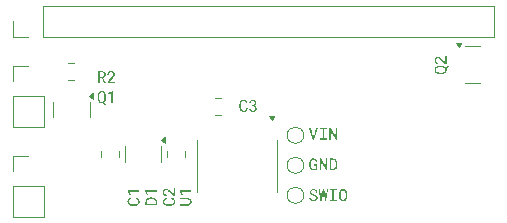
<source format=gbr>
%TF.GenerationSoftware,KiCad,Pcbnew,8.0.6*%
%TF.CreationDate,2024-12-18T19:44:49+00:00*%
%TF.ProjectId,003-UART-1602,3030332d-5541-4525-942d-313630322e6b,MkI*%
%TF.SameCoordinates,Original*%
%TF.FileFunction,Legend,Top*%
%TF.FilePolarity,Positive*%
%FSLAX46Y46*%
G04 Gerber Fmt 4.6, Leading zero omitted, Abs format (unit mm)*
G04 Created by KiCad (PCBNEW 8.0.6) date 2024-12-18 19:44:49*
%MOMM*%
%LPD*%
G01*
G04 APERTURE LIST*
%ADD10C,0.150000*%
%ADD11C,0.120000*%
G04 APERTURE END LIST*
D10*
G36*
X56450174Y-76054300D02*
G01*
X56560816Y-76054300D01*
X56876134Y-75054125D01*
X56740823Y-75054125D01*
X56519783Y-75799554D01*
X56504640Y-75849624D01*
X56490230Y-75800775D01*
X56270411Y-75054125D01*
X56134368Y-75054125D01*
X56450174Y-76054300D01*
G37*
G36*
X57045150Y-75054125D02*
G01*
X57045150Y-75164767D01*
X57279379Y-75164767D01*
X57279379Y-75944390D01*
X57045150Y-75944390D01*
X57045150Y-76054300D01*
X57649651Y-76054300D01*
X57649651Y-75944390D01*
X57410048Y-75944390D01*
X57410048Y-75164767D01*
X57649651Y-75164767D01*
X57649651Y-75054125D01*
X57045150Y-75054125D01*
G37*
G36*
X58511828Y-76054300D02*
G01*
X58511828Y-75054125D01*
X58383356Y-75054125D01*
X58381402Y-75800043D01*
X57993300Y-75054125D01*
X57864096Y-75054125D01*
X57864096Y-76054300D01*
X57992568Y-76054300D01*
X57994766Y-75306916D01*
X58382868Y-76054300D01*
X58511828Y-76054300D01*
G37*
G36*
X67949536Y-69867038D02*
G01*
X67781985Y-70064875D01*
X67791022Y-70109327D01*
X67794197Y-70156954D01*
X67794025Y-70168837D01*
X67788683Y-70221223D01*
X67774658Y-70271749D01*
X67773423Y-70274912D01*
X67751577Y-70319620D01*
X67721413Y-70361630D01*
X67717153Y-70366593D01*
X67682223Y-70401018D01*
X67642034Y-70430506D01*
X67636299Y-70434069D01*
X67591645Y-70458233D01*
X67544092Y-70477889D01*
X67534304Y-70481286D01*
X67484329Y-70495758D01*
X67436137Y-70505489D01*
X67425615Y-70507067D01*
X67376795Y-70512556D01*
X67325007Y-70515014D01*
X67237079Y-70515014D01*
X67226764Y-70514806D01*
X67174869Y-70511640D01*
X67125949Y-70505489D01*
X67115406Y-70503711D01*
X67067174Y-70493199D01*
X67017261Y-70477889D01*
X67010782Y-70475532D01*
X66963778Y-70455479D01*
X66919563Y-70431239D01*
X66913870Y-70427653D01*
X66874085Y-70397896D01*
X66839452Y-70363095D01*
X66837359Y-70360641D01*
X66807638Y-70318196D01*
X66786207Y-70272970D01*
X66780578Y-70256631D01*
X66769892Y-70207584D01*
X66766667Y-70157687D01*
X66879996Y-70157687D01*
X66882263Y-70191061D01*
X66896116Y-70239508D01*
X66907241Y-70260407D01*
X66939103Y-70299836D01*
X66958920Y-70316290D01*
X67002362Y-70342090D01*
X67029587Y-70353803D01*
X67077100Y-70369201D01*
X67109649Y-70376727D01*
X67157944Y-70384100D01*
X67185554Y-70386603D01*
X67235858Y-70388497D01*
X67325007Y-70388497D01*
X67353400Y-70387878D01*
X67403164Y-70384100D01*
X67433618Y-70379944D01*
X67483764Y-70369201D01*
X67513074Y-70360580D01*
X67559480Y-70342090D01*
X67583014Y-70329494D01*
X67622494Y-70299836D01*
X67640113Y-70281219D01*
X67666214Y-70239264D01*
X67677233Y-70206079D01*
X67682334Y-70156954D01*
X67680067Y-70123134D01*
X67666214Y-70074400D01*
X67653775Y-70051207D01*
X67622494Y-70013340D01*
X67602985Y-69996944D01*
X67559968Y-69971574D01*
X67532640Y-69960011D01*
X67484497Y-69944707D01*
X67454501Y-69938388D01*
X67403897Y-69931518D01*
X67376062Y-69929207D01*
X67325007Y-69926878D01*
X67235858Y-69926878D01*
X67207053Y-69927874D01*
X67157212Y-69931518D01*
X67126609Y-69935090D01*
X67076367Y-69944707D01*
X67047539Y-69953328D01*
X67001629Y-69971818D01*
X66977955Y-69984415D01*
X66938370Y-70014072D01*
X66921227Y-70032719D01*
X66895872Y-70074889D01*
X66885019Y-70108168D01*
X66879996Y-70157687D01*
X66766667Y-70157687D01*
X66766973Y-70141945D01*
X66772850Y-70089913D01*
X66786207Y-70042649D01*
X66788705Y-70036282D01*
X66810966Y-69991392D01*
X66839452Y-69951546D01*
X66841570Y-69949114D01*
X66878642Y-69913058D01*
X66918831Y-69884135D01*
X66924565Y-69880602D01*
X66969151Y-69856599D01*
X67016528Y-69836996D01*
X67026367Y-69833730D01*
X67076720Y-69819720D01*
X67125460Y-69810130D01*
X67136070Y-69808510D01*
X67185184Y-69802940D01*
X67237079Y-69800604D01*
X67325007Y-69800604D01*
X67338940Y-69800860D01*
X67387887Y-69803858D01*
X67437114Y-69810130D01*
X67447613Y-69811901D01*
X67495698Y-69822213D01*
X67545558Y-69836996D01*
X67552066Y-69839356D01*
X67599231Y-69859545D01*
X67643499Y-69884135D01*
X67646342Y-69885917D01*
X67686181Y-69915337D01*
X67722878Y-69952279D01*
X67866493Y-69779843D01*
X67949536Y-69867038D01*
G37*
G36*
X67780520Y-69006326D02*
G01*
X67676716Y-69006326D01*
X67676716Y-69508490D01*
X67385579Y-69239822D01*
X67346828Y-69205365D01*
X67307970Y-69172517D01*
X67302780Y-69168259D01*
X67263586Y-69137973D01*
X67221187Y-69109573D01*
X67218517Y-69107931D01*
X67173087Y-69083838D01*
X67132543Y-69067387D01*
X67083050Y-69055142D01*
X67044127Y-69052244D01*
X66993497Y-69056264D01*
X66943090Y-69069495D01*
X66933485Y-69073249D01*
X66888863Y-69096912D01*
X66850252Y-69128518D01*
X66845558Y-69133333D01*
X66814349Y-69174008D01*
X66791709Y-69218848D01*
X66787672Y-69229320D01*
X66774072Y-69277657D01*
X66767673Y-69326355D01*
X66766667Y-69356571D01*
X66769582Y-69407502D01*
X66779411Y-69458587D01*
X66791336Y-69493835D01*
X66814241Y-69539509D01*
X66845310Y-69581664D01*
X66858014Y-69594952D01*
X66897317Y-69627877D01*
X66942137Y-69653135D01*
X66955956Y-69658943D01*
X67006298Y-69673970D01*
X67055557Y-69680388D01*
X67075146Y-69680925D01*
X67075146Y-69553186D01*
X67025326Y-69549399D01*
X66990638Y-69541218D01*
X66945683Y-69519825D01*
X66925914Y-69504337D01*
X66895521Y-69465423D01*
X66885369Y-69443765D01*
X66873337Y-69395234D01*
X66870959Y-69356571D01*
X66877060Y-69306291D01*
X66885125Y-69282809D01*
X66910536Y-69240683D01*
X66923227Y-69226878D01*
X66964077Y-69198851D01*
X66979891Y-69192195D01*
X67029084Y-69181174D01*
X67049501Y-69180227D01*
X67099391Y-69185618D01*
X67108363Y-69187799D01*
X67154803Y-69205807D01*
X67168447Y-69213200D01*
X67210941Y-69240067D01*
X67238545Y-69260583D01*
X67279089Y-69293739D01*
X67315988Y-69325984D01*
X67325007Y-69334100D01*
X67689173Y-69661630D01*
X67780520Y-69661630D01*
X67780520Y-69006326D01*
G37*
G36*
X42841924Y-80959390D02*
G01*
X42893334Y-80963421D01*
X42942487Y-80971644D01*
X42957115Y-80974995D01*
X43005969Y-80989487D01*
X43051175Y-81008281D01*
X43063910Y-81014711D01*
X43106139Y-81040403D01*
X43144720Y-81071051D01*
X43149893Y-81075788D01*
X43185650Y-81113566D01*
X43216039Y-81155315D01*
X43225311Y-81171119D01*
X43247590Y-81218670D01*
X43263423Y-81267178D01*
X43270628Y-81298823D01*
X43277772Y-81348637D01*
X43280520Y-81401267D01*
X43280520Y-81632810D01*
X42280345Y-81632810D01*
X42280345Y-81401267D01*
X42384637Y-81401267D01*
X42384637Y-81503605D01*
X43176716Y-81503605D01*
X43176716Y-81401267D01*
X43173346Y-81351948D01*
X43163039Y-81301372D01*
X43150667Y-81266470D01*
X43125914Y-81221260D01*
X43102178Y-81190693D01*
X43065342Y-81157025D01*
X43029575Y-81134130D01*
X42984497Y-81114282D01*
X42953961Y-81104140D01*
X42905851Y-81093521D01*
X42868131Y-81088706D01*
X42817435Y-81085950D01*
X42742697Y-81085950D01*
X42702579Y-81087853D01*
X42653060Y-81094010D01*
X42621644Y-81100353D01*
X42572948Y-81115503D01*
X42527152Y-81137241D01*
X42485998Y-81165329D01*
X42450888Y-81200133D01*
X42423227Y-81242021D01*
X42410954Y-81267266D01*
X42395383Y-81314073D01*
X42388398Y-81350357D01*
X42384637Y-81401267D01*
X42280345Y-81401267D01*
X42280577Y-81390380D01*
X42284157Y-81341106D01*
X42292557Y-81291114D01*
X42306113Y-81241105D01*
X42324309Y-81195126D01*
X42339452Y-81165481D01*
X42366288Y-81124334D01*
X42398070Y-81087171D01*
X42418730Y-81067459D01*
X42460695Y-81035689D01*
X42503583Y-81011944D01*
X42519697Y-81004234D01*
X42567355Y-80985882D01*
X42614958Y-80973110D01*
X42641749Y-80967840D01*
X42693612Y-80961279D01*
X42743918Y-80958944D01*
X42817435Y-80958944D01*
X42841924Y-80959390D01*
G37*
G36*
X43280520Y-80367387D02*
G01*
X42280345Y-80367387D01*
X42280345Y-80377646D01*
X42425914Y-80756222D01*
X42542173Y-80756222D01*
X42442522Y-80494394D01*
X43280520Y-80494394D01*
X43280520Y-80367387D01*
G37*
G36*
X50933630Y-73393392D02*
G01*
X50806379Y-73393392D01*
X50796650Y-73442414D01*
X50785130Y-73477656D01*
X50762194Y-73522001D01*
X50744586Y-73544579D01*
X50706303Y-73576831D01*
X50682304Y-73589275D01*
X50634062Y-73602327D01*
X50595597Y-73604907D01*
X50544913Y-73599740D01*
X50514997Y-73590252D01*
X50472136Y-73564571D01*
X50455402Y-73549463D01*
X50424631Y-73510507D01*
X50413392Y-73490357D01*
X50394544Y-73444015D01*
X50386770Y-73418061D01*
X50376141Y-73370281D01*
X50371871Y-73340880D01*
X50367994Y-73290000D01*
X50367475Y-73264188D01*
X50367475Y-73123504D01*
X50369368Y-73073726D01*
X50371871Y-73046812D01*
X50379866Y-72998116D01*
X50386770Y-72969631D01*
X50403074Y-72921731D01*
X50413881Y-72898068D01*
X50441094Y-72855648D01*
X50456135Y-72838961D01*
X50496769Y-72807998D01*
X50515486Y-72798905D01*
X50563037Y-72786102D01*
X50595597Y-72784006D01*
X50645005Y-72788763D01*
X50682304Y-72800859D01*
X50723920Y-72826886D01*
X50744586Y-72847265D01*
X50772330Y-72888023D01*
X50785130Y-72916142D01*
X50799926Y-72964701D01*
X50806379Y-73000406D01*
X50933630Y-73000406D01*
X50924928Y-72948634D01*
X50911281Y-72900297D01*
X50899436Y-72869980D01*
X50875817Y-72824697D01*
X50846636Y-72784896D01*
X50831292Y-72768375D01*
X50790760Y-72735263D01*
X50747514Y-72711046D01*
X50729443Y-72703406D01*
X50678838Y-72688541D01*
X50627547Y-72681546D01*
X50595597Y-72680447D01*
X50546810Y-72683350D01*
X50498779Y-72692967D01*
X50482757Y-72698033D01*
X50435435Y-72718794D01*
X50393609Y-72746393D01*
X50356606Y-72780037D01*
X50325221Y-72819422D01*
X50299148Y-72863507D01*
X50279252Y-72908165D01*
X50278082Y-72911257D01*
X50262368Y-72958637D01*
X50250948Y-73008272D01*
X50249750Y-73015060D01*
X50242927Y-73066162D01*
X50239861Y-73117800D01*
X50239736Y-73124725D01*
X50239736Y-73264188D01*
X50242301Y-73316126D01*
X50248623Y-73367528D01*
X50249750Y-73374341D01*
X50260597Y-73424101D01*
X50275739Y-73471714D01*
X50278082Y-73477900D01*
X50297684Y-73522719D01*
X50323444Y-73566858D01*
X50325221Y-73569491D01*
X50356606Y-73608509D01*
X50393609Y-73642032D01*
X50435557Y-73669692D01*
X50483246Y-73690636D01*
X50533113Y-73703083D01*
X50584110Y-73707825D01*
X50595597Y-73707977D01*
X50647747Y-73704749D01*
X50696119Y-73695063D01*
X50726267Y-73685018D01*
X50771513Y-73663220D01*
X50811600Y-73635134D01*
X50828361Y-73620050D01*
X50862675Y-73580753D01*
X50889013Y-73538571D01*
X50897726Y-73520887D01*
X50916612Y-73471802D01*
X50928823Y-73423202D01*
X50933630Y-73393392D01*
G37*
G36*
X51274348Y-73133029D02*
G01*
X51274348Y-73236100D01*
X51364962Y-73236100D01*
X51415795Y-73239578D01*
X51451913Y-73247091D01*
X51498901Y-73266565D01*
X51519568Y-73280796D01*
X51552709Y-73319253D01*
X51562311Y-73337461D01*
X51575744Y-73384859D01*
X51577942Y-73418061D01*
X51573692Y-73467348D01*
X51564509Y-73500126D01*
X51539394Y-73544178D01*
X51526407Y-73558256D01*
X51485520Y-73585779D01*
X51466567Y-73593183D01*
X51417150Y-73603091D01*
X51388410Y-73604418D01*
X51337424Y-73599552D01*
X51309764Y-73591962D01*
X51264406Y-73568756D01*
X51249680Y-73556791D01*
X51218768Y-73517590D01*
X51211334Y-73502080D01*
X51199433Y-73454298D01*
X51198145Y-73430517D01*
X51070894Y-73430517D01*
X51075046Y-73481720D01*
X51088804Y-73531541D01*
X51096051Y-73547998D01*
X51121383Y-73590053D01*
X51155890Y-73628367D01*
X51163706Y-73635193D01*
X51203884Y-73663122D01*
X51250046Y-73684507D01*
X51264334Y-73689415D01*
X51312855Y-73701433D01*
X51363955Y-73707325D01*
X51388410Y-73707977D01*
X51437514Y-73705229D01*
X51487842Y-73696051D01*
X51513706Y-73688438D01*
X51561578Y-73667834D01*
X51603466Y-73640219D01*
X51614334Y-73631041D01*
X51647967Y-73595284D01*
X51674494Y-73552982D01*
X51680768Y-73539694D01*
X51696424Y-73493018D01*
X51704098Y-73441103D01*
X51704948Y-73415374D01*
X51700911Y-73365617D01*
X51697133Y-73346009D01*
X51680960Y-73299486D01*
X51670022Y-73279331D01*
X51638265Y-73240607D01*
X51617265Y-73222422D01*
X51575543Y-73196860D01*
X51535932Y-73181145D01*
X51580032Y-73157829D01*
X51605542Y-73138403D01*
X51639382Y-73102845D01*
X51653413Y-73082960D01*
X51675761Y-73038630D01*
X51680768Y-73023364D01*
X51689488Y-72974249D01*
X51689805Y-72963281D01*
X51686714Y-72913593D01*
X51676389Y-72865035D01*
X51667824Y-72841159D01*
X51643298Y-72795281D01*
X51610937Y-72757024D01*
X51606030Y-72752499D01*
X51565218Y-72722932D01*
X51520833Y-72702309D01*
X51510531Y-72698766D01*
X51459728Y-72686243D01*
X51408451Y-72680895D01*
X51387677Y-72680447D01*
X51337439Y-72683504D01*
X51287046Y-72693715D01*
X51261648Y-72702185D01*
X51215152Y-72723984D01*
X51174827Y-72751766D01*
X51164439Y-72760803D01*
X51130400Y-72798910D01*
X51104304Y-72842706D01*
X51101424Y-72848975D01*
X51085471Y-72897769D01*
X51079285Y-72949353D01*
X51079198Y-72956442D01*
X51206937Y-72956442D01*
X51213056Y-72906287D01*
X51219882Y-72885856D01*
X51245848Y-72843312D01*
X51257251Y-72831390D01*
X51297689Y-72803592D01*
X51313671Y-72796951D01*
X51363028Y-72785932D01*
X51387677Y-72784739D01*
X51436468Y-72788937D01*
X51462171Y-72795486D01*
X51506750Y-72818604D01*
X51516881Y-72827482D01*
X51545516Y-72868686D01*
X51551075Y-72882681D01*
X51561414Y-72931222D01*
X51562799Y-72960594D01*
X51556565Y-73009762D01*
X51549610Y-73030203D01*
X51523598Y-73072381D01*
X51511997Y-73084181D01*
X51469552Y-73111912D01*
X51449715Y-73120085D01*
X51399435Y-73131209D01*
X51364962Y-73133029D01*
X51274348Y-73133029D01*
G37*
G36*
X45180345Y-80991916D02*
G01*
X45180345Y-81114771D01*
X45857630Y-81116969D01*
X45906832Y-81122129D01*
X45943604Y-81131379D01*
X45989058Y-81150970D01*
X46016388Y-81169237D01*
X46051536Y-81205568D01*
X46067679Y-81231763D01*
X46083382Y-81279778D01*
X46086486Y-81317492D01*
X46081040Y-81366154D01*
X46067191Y-81403710D01*
X46038301Y-81445555D01*
X46016388Y-81465992D01*
X45973073Y-81493068D01*
X45943604Y-81504826D01*
X45893382Y-81516097D01*
X45857630Y-81518748D01*
X45180345Y-81521435D01*
X45180345Y-81642335D01*
X45857630Y-81643801D01*
X45909002Y-81639988D01*
X45957968Y-81629650D01*
X45989277Y-81619132D01*
X46036468Y-81596463D01*
X46078417Y-81567747D01*
X46096011Y-81552454D01*
X46130054Y-81515062D01*
X46157567Y-81471946D01*
X46168063Y-81450116D01*
X46183989Y-81403416D01*
X46192564Y-81353075D01*
X46194197Y-81317492D01*
X46190488Y-81265617D01*
X46179359Y-81216971D01*
X46167819Y-81186334D01*
X46143121Y-81140455D01*
X46111894Y-81100059D01*
X46095279Y-81083263D01*
X46055946Y-81051202D01*
X46011373Y-81025267D01*
X45989033Y-81015364D01*
X45941818Y-81000182D01*
X45892130Y-80992008D01*
X45857630Y-80990451D01*
X45180345Y-80991916D01*
G37*
G36*
X46180520Y-80367387D02*
G01*
X45180345Y-80367387D01*
X45180345Y-80377646D01*
X45325914Y-80756222D01*
X45442173Y-80756222D01*
X45342522Y-80494394D01*
X46180520Y-80494394D01*
X46180520Y-80367387D01*
G37*
G36*
X44479612Y-80971888D02*
G01*
X44479612Y-81099139D01*
X44528634Y-81108868D01*
X44563876Y-81120388D01*
X44608221Y-81143324D01*
X44630799Y-81160932D01*
X44663051Y-81199215D01*
X44675495Y-81223214D01*
X44688547Y-81271456D01*
X44691127Y-81309921D01*
X44685960Y-81360605D01*
X44676472Y-81390521D01*
X44650791Y-81433382D01*
X44635683Y-81450116D01*
X44596727Y-81480887D01*
X44576577Y-81492126D01*
X44530235Y-81510974D01*
X44504281Y-81518748D01*
X44456501Y-81529377D01*
X44427100Y-81533647D01*
X44376220Y-81537524D01*
X44350408Y-81538043D01*
X44209724Y-81538043D01*
X44159946Y-81536150D01*
X44133032Y-81533647D01*
X44084336Y-81525652D01*
X44055851Y-81518748D01*
X44007951Y-81502444D01*
X43984288Y-81491637D01*
X43941868Y-81464424D01*
X43925181Y-81449383D01*
X43894218Y-81408749D01*
X43885125Y-81390032D01*
X43872322Y-81342481D01*
X43870226Y-81309921D01*
X43874983Y-81260513D01*
X43887079Y-81223214D01*
X43913106Y-81181598D01*
X43933485Y-81160932D01*
X43974243Y-81133188D01*
X44002362Y-81120388D01*
X44050921Y-81105592D01*
X44086626Y-81099139D01*
X44086626Y-80971888D01*
X44034854Y-80980590D01*
X43986517Y-80994237D01*
X43956200Y-81006082D01*
X43910917Y-81029701D01*
X43871116Y-81058882D01*
X43854595Y-81074226D01*
X43821483Y-81114758D01*
X43797266Y-81158004D01*
X43789626Y-81176075D01*
X43774761Y-81226680D01*
X43767766Y-81277971D01*
X43766667Y-81309921D01*
X43769570Y-81358708D01*
X43779187Y-81406739D01*
X43784253Y-81422761D01*
X43805014Y-81470083D01*
X43832613Y-81511909D01*
X43866257Y-81548912D01*
X43905642Y-81580297D01*
X43949727Y-81606370D01*
X43994385Y-81626266D01*
X43997477Y-81627436D01*
X44044857Y-81643150D01*
X44094492Y-81654570D01*
X44101280Y-81655768D01*
X44152382Y-81662591D01*
X44204020Y-81665657D01*
X44210945Y-81665782D01*
X44350408Y-81665782D01*
X44402346Y-81663217D01*
X44453748Y-81656895D01*
X44460561Y-81655768D01*
X44510321Y-81644921D01*
X44557934Y-81629779D01*
X44564120Y-81627436D01*
X44608939Y-81607834D01*
X44653078Y-81582074D01*
X44655711Y-81580297D01*
X44694729Y-81548912D01*
X44728252Y-81511909D01*
X44755912Y-81469961D01*
X44776856Y-81422272D01*
X44789303Y-81372405D01*
X44794045Y-81321408D01*
X44794197Y-81309921D01*
X44790969Y-81257771D01*
X44781283Y-81209399D01*
X44771238Y-81179251D01*
X44749440Y-81134005D01*
X44721354Y-81093918D01*
X44706270Y-81077157D01*
X44666973Y-81042843D01*
X44624791Y-81016505D01*
X44607107Y-81007792D01*
X44558022Y-80988906D01*
X44509422Y-80976695D01*
X44479612Y-80971888D01*
G37*
G36*
X44780520Y-80166131D02*
G01*
X44676716Y-80166131D01*
X44676716Y-80668295D01*
X44385579Y-80399627D01*
X44346828Y-80365170D01*
X44307970Y-80332322D01*
X44302780Y-80328064D01*
X44263586Y-80297778D01*
X44221187Y-80269378D01*
X44218517Y-80267736D01*
X44173087Y-80243643D01*
X44132543Y-80227192D01*
X44083050Y-80214947D01*
X44044127Y-80212049D01*
X43993497Y-80216069D01*
X43943090Y-80229300D01*
X43933485Y-80233054D01*
X43888863Y-80256717D01*
X43850252Y-80288323D01*
X43845558Y-80293138D01*
X43814349Y-80333813D01*
X43791709Y-80378653D01*
X43787672Y-80389125D01*
X43774072Y-80437462D01*
X43767673Y-80486160D01*
X43766667Y-80516376D01*
X43769582Y-80567307D01*
X43779411Y-80618392D01*
X43791336Y-80653640D01*
X43814241Y-80699314D01*
X43845310Y-80741469D01*
X43858014Y-80754757D01*
X43897317Y-80787682D01*
X43942137Y-80812940D01*
X43955956Y-80818748D01*
X44006298Y-80833775D01*
X44055557Y-80840193D01*
X44075146Y-80840730D01*
X44075146Y-80712991D01*
X44025326Y-80709204D01*
X43990638Y-80701023D01*
X43945683Y-80679630D01*
X43925914Y-80664142D01*
X43895521Y-80625228D01*
X43885369Y-80603570D01*
X43873337Y-80555039D01*
X43870959Y-80516376D01*
X43877060Y-80466096D01*
X43885125Y-80442614D01*
X43910536Y-80400488D01*
X43923227Y-80386683D01*
X43964077Y-80358656D01*
X43979891Y-80352000D01*
X44029084Y-80340979D01*
X44049501Y-80340032D01*
X44099391Y-80345423D01*
X44108363Y-80347604D01*
X44154803Y-80365612D01*
X44168447Y-80373005D01*
X44210941Y-80399872D01*
X44238545Y-80420388D01*
X44279089Y-80453544D01*
X44315988Y-80485789D01*
X44325007Y-80493905D01*
X44689173Y-80821435D01*
X44780520Y-80821435D01*
X44780520Y-80166131D01*
G37*
G36*
X38617705Y-70255926D02*
G01*
X38667553Y-70262635D01*
X38715066Y-70274153D01*
X38734007Y-70280337D01*
X38779792Y-70300712D01*
X38823510Y-70329596D01*
X38837452Y-70341663D01*
X38871352Y-70380398D01*
X38896050Y-70422897D01*
X38908801Y-70455904D01*
X38919311Y-70504722D01*
X38922428Y-70554300D01*
X38919717Y-70595453D01*
X38908262Y-70643692D01*
X38895177Y-70675385D01*
X38869672Y-70717209D01*
X38848016Y-70742750D01*
X38810565Y-70775584D01*
X38779169Y-70796360D01*
X38735094Y-70818815D01*
X38947341Y-71245995D01*
X38946608Y-71254300D01*
X38812519Y-71254300D01*
X38616148Y-70846170D01*
X38416357Y-70846170D01*
X38416357Y-71254300D01*
X38289839Y-71254300D01*
X38289839Y-70741878D01*
X38416357Y-70741878D01*
X38586594Y-70741878D01*
X38617815Y-70739645D01*
X38666950Y-70728445D01*
X38691909Y-70718385D01*
X38733628Y-70691808D01*
X38750038Y-70675670D01*
X38778081Y-70632946D01*
X38788834Y-70602993D01*
X38794689Y-70552834D01*
X38792069Y-70515873D01*
X38778813Y-70468815D01*
X38767827Y-70447343D01*
X38735094Y-70407998D01*
X38714374Y-70392899D01*
X38667927Y-70371606D01*
X38632591Y-70362950D01*
X38583175Y-70358417D01*
X38416357Y-70358417D01*
X38416357Y-70741878D01*
X38289839Y-70741878D01*
X38289839Y-70254125D01*
X38583175Y-70254125D01*
X38617705Y-70255926D01*
G37*
G36*
X39738688Y-71254300D02*
G01*
X39738688Y-71150496D01*
X39236524Y-71150496D01*
X39505192Y-70859359D01*
X39539649Y-70820608D01*
X39572497Y-70781750D01*
X39576755Y-70776560D01*
X39607041Y-70737366D01*
X39635441Y-70694967D01*
X39637083Y-70692297D01*
X39661176Y-70646867D01*
X39677627Y-70606323D01*
X39689872Y-70556830D01*
X39692770Y-70517907D01*
X39688750Y-70467277D01*
X39675519Y-70416870D01*
X39671765Y-70407265D01*
X39648102Y-70362643D01*
X39616496Y-70324032D01*
X39611681Y-70319338D01*
X39571006Y-70288129D01*
X39526166Y-70265489D01*
X39515694Y-70261452D01*
X39467357Y-70247852D01*
X39418659Y-70241453D01*
X39388443Y-70240447D01*
X39337512Y-70243362D01*
X39286427Y-70253191D01*
X39251179Y-70265116D01*
X39205505Y-70288021D01*
X39163350Y-70319090D01*
X39150062Y-70331794D01*
X39117137Y-70371097D01*
X39091879Y-70415917D01*
X39086071Y-70429736D01*
X39071044Y-70480078D01*
X39064626Y-70529337D01*
X39064089Y-70548926D01*
X39191828Y-70548926D01*
X39195615Y-70499106D01*
X39203796Y-70464418D01*
X39225189Y-70419463D01*
X39240677Y-70399694D01*
X39279591Y-70369301D01*
X39301249Y-70359149D01*
X39349780Y-70347117D01*
X39388443Y-70344739D01*
X39438723Y-70350840D01*
X39462205Y-70358905D01*
X39504331Y-70384316D01*
X39518136Y-70397007D01*
X39546163Y-70437857D01*
X39552819Y-70453671D01*
X39563840Y-70502864D01*
X39564787Y-70523281D01*
X39559396Y-70573171D01*
X39557215Y-70582143D01*
X39539207Y-70628583D01*
X39531814Y-70642227D01*
X39504947Y-70684721D01*
X39484431Y-70712325D01*
X39451275Y-70752869D01*
X39419030Y-70789768D01*
X39410914Y-70798787D01*
X39083384Y-71162953D01*
X39083384Y-71254300D01*
X39738688Y-71254300D01*
G37*
G36*
X41479612Y-80971888D02*
G01*
X41479612Y-81099139D01*
X41528634Y-81108868D01*
X41563876Y-81120388D01*
X41608221Y-81143324D01*
X41630799Y-81160932D01*
X41663051Y-81199215D01*
X41675495Y-81223214D01*
X41688547Y-81271456D01*
X41691127Y-81309921D01*
X41685960Y-81360605D01*
X41676472Y-81390521D01*
X41650791Y-81433382D01*
X41635683Y-81450116D01*
X41596727Y-81480887D01*
X41576577Y-81492126D01*
X41530235Y-81510974D01*
X41504281Y-81518748D01*
X41456501Y-81529377D01*
X41427100Y-81533647D01*
X41376220Y-81537524D01*
X41350408Y-81538043D01*
X41209724Y-81538043D01*
X41159946Y-81536150D01*
X41133032Y-81533647D01*
X41084336Y-81525652D01*
X41055851Y-81518748D01*
X41007951Y-81502444D01*
X40984288Y-81491637D01*
X40941868Y-81464424D01*
X40925181Y-81449383D01*
X40894218Y-81408749D01*
X40885125Y-81390032D01*
X40872322Y-81342481D01*
X40870226Y-81309921D01*
X40874983Y-81260513D01*
X40887079Y-81223214D01*
X40913106Y-81181598D01*
X40933485Y-81160932D01*
X40974243Y-81133188D01*
X41002362Y-81120388D01*
X41050921Y-81105592D01*
X41086626Y-81099139D01*
X41086626Y-80971888D01*
X41034854Y-80980590D01*
X40986517Y-80994237D01*
X40956200Y-81006082D01*
X40910917Y-81029701D01*
X40871116Y-81058882D01*
X40854595Y-81074226D01*
X40821483Y-81114758D01*
X40797266Y-81158004D01*
X40789626Y-81176075D01*
X40774761Y-81226680D01*
X40767766Y-81277971D01*
X40766667Y-81309921D01*
X40769570Y-81358708D01*
X40779187Y-81406739D01*
X40784253Y-81422761D01*
X40805014Y-81470083D01*
X40832613Y-81511909D01*
X40866257Y-81548912D01*
X40905642Y-81580297D01*
X40949727Y-81606370D01*
X40994385Y-81626266D01*
X40997477Y-81627436D01*
X41044857Y-81643150D01*
X41094492Y-81654570D01*
X41101280Y-81655768D01*
X41152382Y-81662591D01*
X41204020Y-81665657D01*
X41210945Y-81665782D01*
X41350408Y-81665782D01*
X41402346Y-81663217D01*
X41453748Y-81656895D01*
X41460561Y-81655768D01*
X41510321Y-81644921D01*
X41557934Y-81629779D01*
X41564120Y-81627436D01*
X41608939Y-81607834D01*
X41653078Y-81582074D01*
X41655711Y-81580297D01*
X41694729Y-81548912D01*
X41728252Y-81511909D01*
X41755912Y-81469961D01*
X41776856Y-81422272D01*
X41789303Y-81372405D01*
X41794045Y-81321408D01*
X41794197Y-81309921D01*
X41790969Y-81257771D01*
X41781283Y-81209399D01*
X41771238Y-81179251D01*
X41749440Y-81134005D01*
X41721354Y-81093918D01*
X41706270Y-81077157D01*
X41666973Y-81042843D01*
X41624791Y-81016505D01*
X41607107Y-81007792D01*
X41558022Y-80988906D01*
X41509422Y-80976695D01*
X41479612Y-80971888D01*
G37*
G36*
X41780520Y-80367387D02*
G01*
X40780345Y-80367387D01*
X40780345Y-80377646D01*
X40925914Y-80756222D01*
X41042173Y-80756222D01*
X40942522Y-80494394D01*
X41780520Y-80494394D01*
X41780520Y-80367387D01*
G37*
G36*
X56852198Y-78523141D02*
G01*
X56850000Y-78156288D01*
X56525889Y-78156288D01*
X56525889Y-78263511D01*
X56729099Y-78263511D01*
X56727878Y-78487970D01*
X56692885Y-78522120D01*
X56688555Y-78524851D01*
X56643491Y-78545470D01*
X56638485Y-78547077D01*
X56590160Y-78557308D01*
X56583042Y-78558068D01*
X56533495Y-78560330D01*
X56528576Y-78560266D01*
X56478073Y-78554230D01*
X56447487Y-78544146D01*
X56404471Y-78519107D01*
X56384961Y-78502380D01*
X56352529Y-78464719D01*
X56338311Y-78442052D01*
X56316959Y-78397478D01*
X56306804Y-78369268D01*
X56293809Y-78320458D01*
X56288485Y-78290622D01*
X56283162Y-78241296D01*
X56281891Y-78212708D01*
X56281891Y-78095228D01*
X56283994Y-78045344D01*
X56286776Y-78018291D01*
X56295267Y-77968889D01*
X56302651Y-77939889D01*
X56318775Y-77893178D01*
X56330739Y-77866616D01*
X56357071Y-77824882D01*
X56373970Y-77806044D01*
X56414060Y-77775189D01*
X56435031Y-77764523D01*
X56483002Y-77751089D01*
X56515631Y-77748891D01*
X56565228Y-77753605D01*
X56598674Y-77763790D01*
X56641374Y-77787968D01*
X56660467Y-77804579D01*
X56690892Y-77845592D01*
X56701744Y-77867593D01*
X56718250Y-77915965D01*
X56724947Y-77947461D01*
X56850732Y-77947461D01*
X56843233Y-77896776D01*
X56828520Y-77846132D01*
X56817760Y-77820699D01*
X56793109Y-77777319D01*
X56760250Y-77736554D01*
X56746929Y-77723490D01*
X56705562Y-77692161D01*
X56661960Y-77669349D01*
X56643859Y-77662185D01*
X56594179Y-77648111D01*
X56545029Y-77641488D01*
X56514898Y-77640447D01*
X56465556Y-77643511D01*
X56417017Y-77653662D01*
X56400837Y-77659010D01*
X56355625Y-77679257D01*
X56312722Y-77707123D01*
X56310223Y-77709080D01*
X56272610Y-77744190D01*
X56240858Y-77785039D01*
X56215932Y-77827407D01*
X56195191Y-77872995D01*
X56192742Y-77879317D01*
X56176853Y-77928086D01*
X56165365Y-77978679D01*
X56164166Y-77985563D01*
X56157343Y-78037419D01*
X56154277Y-78089490D01*
X56154152Y-78096449D01*
X56154152Y-78212708D01*
X56156663Y-78261722D01*
X56162914Y-78310455D01*
X56165387Y-78324327D01*
X56177770Y-78374949D01*
X56194768Y-78423317D01*
X56197383Y-78429596D01*
X56219046Y-78475613D01*
X56245110Y-78518411D01*
X56248918Y-78523874D01*
X56280252Y-78561827D01*
X56318644Y-78596631D01*
X56321214Y-78598612D01*
X56362043Y-78625778D01*
X56407596Y-78646826D01*
X56414026Y-78649170D01*
X56461417Y-78661666D01*
X56512548Y-78667523D01*
X56527843Y-78667977D01*
X56576686Y-78666114D01*
X56627122Y-78658607D01*
X56644591Y-78654544D01*
X56691869Y-78639510D01*
X56736247Y-78618774D01*
X56748395Y-78611801D01*
X56789427Y-78583729D01*
X56802616Y-78572967D01*
X56838796Y-78538142D01*
X56852198Y-78523141D01*
G37*
G36*
X57671633Y-78654300D02*
G01*
X57671633Y-77654125D01*
X57543161Y-77654125D01*
X57541207Y-78400043D01*
X57153105Y-77654125D01*
X57023901Y-77654125D01*
X57023901Y-78654300D01*
X57152372Y-78654300D01*
X57154570Y-77906916D01*
X57542672Y-78654300D01*
X57671633Y-78654300D01*
G37*
G36*
X58114830Y-77654357D02*
G01*
X58164104Y-77657937D01*
X58214096Y-77666337D01*
X58264105Y-77679893D01*
X58310083Y-77698089D01*
X58339728Y-77713232D01*
X58380876Y-77740068D01*
X58418039Y-77771850D01*
X58437750Y-77792510D01*
X58469521Y-77834475D01*
X58493265Y-77877363D01*
X58500976Y-77893477D01*
X58519328Y-77941135D01*
X58532100Y-77988738D01*
X58537369Y-78015529D01*
X58543931Y-78067392D01*
X58546266Y-78117698D01*
X58546266Y-78191215D01*
X58545820Y-78215704D01*
X58541789Y-78267114D01*
X58533566Y-78316267D01*
X58530215Y-78330895D01*
X58515722Y-78379749D01*
X58496929Y-78424955D01*
X58490499Y-78437690D01*
X58464806Y-78479919D01*
X58434159Y-78518500D01*
X58429422Y-78523673D01*
X58391644Y-78559430D01*
X58349895Y-78589819D01*
X58334091Y-78599091D01*
X58286540Y-78621370D01*
X58238032Y-78637203D01*
X58206387Y-78644408D01*
X58156573Y-78651552D01*
X58103942Y-78654300D01*
X57872400Y-78654300D01*
X57872400Y-78550496D01*
X58001605Y-78550496D01*
X58103942Y-78550496D01*
X58153262Y-78547126D01*
X58203838Y-78536819D01*
X58238740Y-78524447D01*
X58283949Y-78499694D01*
X58314517Y-78475958D01*
X58348185Y-78439122D01*
X58371079Y-78403355D01*
X58390928Y-78358277D01*
X58401070Y-78327741D01*
X58411688Y-78279631D01*
X58416504Y-78241911D01*
X58419260Y-78191215D01*
X58419260Y-78116477D01*
X58417357Y-78076359D01*
X58411200Y-78026840D01*
X58404857Y-77995424D01*
X58389707Y-77946728D01*
X58367969Y-77900932D01*
X58339881Y-77859778D01*
X58305076Y-77824668D01*
X58263189Y-77797007D01*
X58237944Y-77784734D01*
X58191137Y-77769163D01*
X58154853Y-77762178D01*
X58103942Y-77758417D01*
X58001605Y-77758417D01*
X58001605Y-78550496D01*
X57872400Y-78550496D01*
X57872400Y-77654125D01*
X58103942Y-77654125D01*
X58114830Y-77654357D01*
G37*
G36*
X56728611Y-81001508D02*
G01*
X56720827Y-81050740D01*
X56710537Y-81072583D01*
X56678022Y-81111372D01*
X56664619Y-81121676D01*
X56620079Y-81144914D01*
X56600383Y-81150985D01*
X56550218Y-81159360D01*
X56527111Y-81160266D01*
X56476870Y-81156247D01*
X56440893Y-81147565D01*
X56395269Y-81126728D01*
X56371284Y-81109463D01*
X56336267Y-81072032D01*
X56321702Y-81048647D01*
X56303557Y-81002019D01*
X56296301Y-80965849D01*
X56166608Y-80965849D01*
X56172227Y-81016264D01*
X56187293Y-81066139D01*
X56194940Y-81082841D01*
X56221835Y-81126265D01*
X56255928Y-81164639D01*
X56266992Y-81174676D01*
X56307635Y-81205611D01*
X56353362Y-81230638D01*
X56386671Y-81244041D01*
X56434451Y-81257669D01*
X56482751Y-81265640D01*
X56527111Y-81267977D01*
X56579470Y-81264751D01*
X56628090Y-81255979D01*
X56646790Y-81251124D01*
X56693353Y-81234690D01*
X56738901Y-81210861D01*
X56754012Y-81200810D01*
X56792106Y-81168687D01*
X56823469Y-81130018D01*
X56831193Y-81117768D01*
X56851562Y-81070471D01*
X56860263Y-81020691D01*
X56860991Y-81000043D01*
X56856395Y-80948645D01*
X56841168Y-80899064D01*
X56833147Y-80882806D01*
X56805585Y-80841226D01*
X56771197Y-80805816D01*
X56760118Y-80796833D01*
X56717903Y-80766278D01*
X56672042Y-80740867D01*
X56658269Y-80734551D01*
X56609709Y-80714582D01*
X56561057Y-80697418D01*
X56547138Y-80693029D01*
X56498715Y-80677308D01*
X56475331Y-80669094D01*
X56429994Y-80649115D01*
X56404989Y-80634655D01*
X56366656Y-80603731D01*
X56350523Y-80584341D01*
X56331574Y-80539231D01*
X56328785Y-80511069D01*
X56336405Y-80460830D01*
X56344905Y-80440971D01*
X56375405Y-80401037D01*
X56388381Y-80390168D01*
X56431039Y-80365750D01*
X56449930Y-80359149D01*
X56498426Y-80349893D01*
X56521004Y-80348891D01*
X56571594Y-80353885D01*
X56602337Y-80363057D01*
X56645469Y-80386274D01*
X56664619Y-80402380D01*
X56695589Y-80442261D01*
X56706385Y-80463441D01*
X56722222Y-80510553D01*
X56727878Y-80541843D01*
X56858304Y-80541843D01*
X56853461Y-80492224D01*
X56839765Y-80442655D01*
X56828750Y-80417768D01*
X56802866Y-80375223D01*
X56770853Y-80338079D01*
X56754012Y-80322757D01*
X56713653Y-80293908D01*
X56668779Y-80270863D01*
X56646545Y-80262185D01*
X56596723Y-80248111D01*
X56545288Y-80241212D01*
X56521004Y-80240447D01*
X56469426Y-80243954D01*
X56418129Y-80254472D01*
X56403524Y-80258766D01*
X56354831Y-80277806D01*
X56310906Y-80303298D01*
X56299232Y-80311766D01*
X56262206Y-80345533D01*
X56231913Y-80385283D01*
X56224494Y-80397740D01*
X56205126Y-80444810D01*
X56196853Y-80493206D01*
X56196162Y-80513022D01*
X56200837Y-80562830D01*
X56216332Y-80610247D01*
X56224494Y-80625618D01*
X56254987Y-80667478D01*
X56290129Y-80701512D01*
X56298499Y-80708172D01*
X56339479Y-80736389D01*
X56384198Y-80760772D01*
X56397662Y-80767035D01*
X56445159Y-80786884D01*
X56491909Y-80804114D01*
X56505129Y-80808556D01*
X56551974Y-80824146D01*
X56581088Y-80834690D01*
X56627971Y-80855375D01*
X56653628Y-80870350D01*
X56691751Y-80903408D01*
X56707606Y-80924083D01*
X56726129Y-80971643D01*
X56728611Y-81001508D01*
G37*
G36*
X57097418Y-81254300D02*
G01*
X57228088Y-81254300D01*
X57350209Y-80543309D01*
X57357780Y-80500810D01*
X57364619Y-80542576D01*
X57486252Y-81254300D01*
X57616189Y-81254300D01*
X57737578Y-80254125D01*
X57617411Y-80254125D01*
X57545359Y-80942401D01*
X57541207Y-80983678D01*
X57533635Y-80943134D01*
X57412002Y-80254125D01*
X57301360Y-80254125D01*
X57180460Y-80942401D01*
X57173133Y-80983678D01*
X57168981Y-80943867D01*
X57096685Y-80254125D01*
X56975785Y-80254125D01*
X57097418Y-81254300D01*
G37*
G36*
X57885345Y-80254125D02*
G01*
X57885345Y-80364767D01*
X58119574Y-80364767D01*
X58119574Y-81144390D01*
X57885345Y-81144390D01*
X57885345Y-81254300D01*
X58489846Y-81254300D01*
X58489846Y-81144390D01*
X58250244Y-81144390D01*
X58250244Y-80364767D01*
X58489846Y-80364767D01*
X58489846Y-80254125D01*
X57885345Y-80254125D01*
G37*
G36*
X59038664Y-80240613D02*
G01*
X59089527Y-80245755D01*
X59139044Y-80259254D01*
X59142177Y-80260443D01*
X59186366Y-80281602D01*
X59227704Y-80311034D01*
X59263607Y-80346876D01*
X59294138Y-80388459D01*
X59297582Y-80394010D01*
X59321102Y-80437291D01*
X59340544Y-80483469D01*
X59342736Y-80489836D01*
X59356869Y-80538619D01*
X59366922Y-80589226D01*
X59367960Y-80596091D01*
X59373799Y-80647271D01*
X59376203Y-80697914D01*
X59376203Y-80811976D01*
X59376081Y-80818667D01*
X59373219Y-80869153D01*
X59366922Y-80920175D01*
X59365817Y-80926969D01*
X59355220Y-80977012D01*
X59340544Y-81025444D01*
X59338247Y-81031797D01*
X59318583Y-81077682D01*
X59294626Y-81120454D01*
X59264279Y-81161670D01*
X59228436Y-81197391D01*
X59187220Y-81226822D01*
X59140265Y-81249170D01*
X59130817Y-81252531D01*
X59080424Y-81264377D01*
X59028646Y-81267977D01*
X59017165Y-81267812D01*
X58966368Y-81262669D01*
X58917027Y-81249170D01*
X58870010Y-81226822D01*
X58828611Y-81197391D01*
X58792768Y-81161609D01*
X58761933Y-81120210D01*
X58758462Y-81114629D01*
X58734984Y-81071187D01*
X58716015Y-81024955D01*
X58713732Y-81018562D01*
X58698981Y-80969822D01*
X58688416Y-80919687D01*
X58687348Y-80912912D01*
X58681348Y-80862283D01*
X58678890Y-80811976D01*
X58678890Y-80697914D01*
X58678917Y-80696449D01*
X58803942Y-80696449D01*
X58803942Y-80811976D01*
X58804879Y-80836507D01*
X58809071Y-80886226D01*
X58812816Y-80912919D01*
X58823970Y-80962918D01*
X58831744Y-80989045D01*
X58850593Y-81036679D01*
X58861760Y-81057650D01*
X58891870Y-81097740D01*
X58908170Y-81113329D01*
X58950244Y-81140238D01*
X58979444Y-81150517D01*
X59028646Y-81156114D01*
X59058105Y-81154238D01*
X59107292Y-81140238D01*
X59127604Y-81129266D01*
X59165910Y-81097740D01*
X59180236Y-81080571D01*
X59206210Y-81036923D01*
X59217476Y-81010362D01*
X59232589Y-80963651D01*
X59238445Y-80937618D01*
X59245778Y-80886958D01*
X59247910Y-80862739D01*
X59250418Y-80811976D01*
X59250418Y-80696449D01*
X59249511Y-80671558D01*
X59245533Y-80621955D01*
X59241778Y-80592898D01*
X59231856Y-80544774D01*
X59224053Y-80519122D01*
X59204989Y-80472234D01*
X59193951Y-80451321D01*
X59163956Y-80410685D01*
X59147656Y-80395400D01*
X59105582Y-80369163D01*
X59076383Y-80359201D01*
X59027180Y-80353776D01*
X58998167Y-80355652D01*
X58949511Y-80369652D01*
X58929328Y-80380447D01*
X58891137Y-80411417D01*
X58875130Y-80430812D01*
X58849860Y-80472967D01*
X58839418Y-80497157D01*
X58823970Y-80545263D01*
X58816952Y-80574240D01*
X58809071Y-80622687D01*
X58806682Y-80646578D01*
X58803942Y-80696449D01*
X58678917Y-80696449D01*
X58679012Y-80691195D01*
X58681874Y-80640616D01*
X58688171Y-80589715D01*
X58689279Y-80582891D01*
X58700080Y-80532688D01*
X58715282Y-80484202D01*
X58717550Y-80477877D01*
X58737053Y-80432085D01*
X58760956Y-80389191D01*
X58791486Y-80347426D01*
X58827390Y-80311034D01*
X58868606Y-80281602D01*
X58915561Y-80259254D01*
X58925009Y-80255893D01*
X58975402Y-80244047D01*
X59027180Y-80240447D01*
X59038664Y-80240613D01*
G37*
G36*
X38603069Y-71940753D02*
G01*
X38655101Y-71946630D01*
X38702365Y-71959987D01*
X38708732Y-71962485D01*
X38753622Y-71984746D01*
X38793468Y-72013232D01*
X38795900Y-72015350D01*
X38831956Y-72052422D01*
X38860879Y-72092611D01*
X38864412Y-72098345D01*
X38888415Y-72142931D01*
X38908018Y-72190308D01*
X38911284Y-72200147D01*
X38925294Y-72250500D01*
X38934884Y-72299240D01*
X38936504Y-72309850D01*
X38942074Y-72358964D01*
X38944410Y-72410859D01*
X38944410Y-72498787D01*
X38944154Y-72512720D01*
X38941156Y-72561667D01*
X38934884Y-72610894D01*
X38933113Y-72621393D01*
X38922801Y-72669478D01*
X38908018Y-72719338D01*
X38905658Y-72725846D01*
X38885469Y-72773011D01*
X38860879Y-72817279D01*
X38859097Y-72820122D01*
X38829677Y-72859961D01*
X38792735Y-72896658D01*
X38965171Y-73040273D01*
X38877976Y-73123316D01*
X38680139Y-72955765D01*
X38635687Y-72964802D01*
X38588060Y-72967977D01*
X38576177Y-72967805D01*
X38523791Y-72962463D01*
X38473265Y-72948438D01*
X38470102Y-72947203D01*
X38425394Y-72925357D01*
X38383384Y-72895193D01*
X38378421Y-72890933D01*
X38343996Y-72856003D01*
X38314508Y-72815814D01*
X38310945Y-72810079D01*
X38286781Y-72765425D01*
X38267125Y-72717872D01*
X38263728Y-72708084D01*
X38249256Y-72658109D01*
X38239525Y-72609917D01*
X38237947Y-72599395D01*
X38232458Y-72550575D01*
X38230000Y-72498787D01*
X38230000Y-72410859D01*
X38230025Y-72409638D01*
X38356517Y-72409638D01*
X38356517Y-72498787D01*
X38357136Y-72527180D01*
X38360914Y-72576944D01*
X38365070Y-72607398D01*
X38375813Y-72657544D01*
X38384434Y-72686854D01*
X38402924Y-72733260D01*
X38415520Y-72756794D01*
X38445178Y-72796274D01*
X38463795Y-72813893D01*
X38505750Y-72839994D01*
X38538935Y-72851013D01*
X38588060Y-72856114D01*
X38621880Y-72853847D01*
X38670614Y-72839994D01*
X38693807Y-72827555D01*
X38731674Y-72796274D01*
X38748070Y-72776765D01*
X38773440Y-72733748D01*
X38785003Y-72706420D01*
X38800307Y-72658277D01*
X38806626Y-72628281D01*
X38813496Y-72577677D01*
X38815807Y-72549842D01*
X38818136Y-72498787D01*
X38818136Y-72409638D01*
X38817140Y-72380833D01*
X38813496Y-72330992D01*
X38809924Y-72300389D01*
X38800307Y-72250147D01*
X38791686Y-72221319D01*
X38773196Y-72175409D01*
X38760599Y-72151735D01*
X38730942Y-72112150D01*
X38712295Y-72095007D01*
X38670125Y-72069652D01*
X38636846Y-72058799D01*
X38587327Y-72053776D01*
X38553953Y-72056043D01*
X38505506Y-72069896D01*
X38484607Y-72081021D01*
X38445178Y-72112883D01*
X38428724Y-72132700D01*
X38402924Y-72176142D01*
X38391211Y-72203367D01*
X38375813Y-72250880D01*
X38368287Y-72283429D01*
X38360914Y-72331724D01*
X38358411Y-72359334D01*
X38356517Y-72409638D01*
X38230025Y-72409638D01*
X38230208Y-72400544D01*
X38233374Y-72348649D01*
X38239525Y-72299729D01*
X38241303Y-72289186D01*
X38251815Y-72240954D01*
X38267125Y-72191041D01*
X38269482Y-72184562D01*
X38289535Y-72137558D01*
X38313775Y-72093343D01*
X38317361Y-72087650D01*
X38347118Y-72047865D01*
X38381919Y-72013232D01*
X38384373Y-72011139D01*
X38426818Y-71981418D01*
X38472044Y-71959987D01*
X38488383Y-71954358D01*
X38537430Y-71943672D01*
X38587327Y-71940447D01*
X38603069Y-71940753D01*
G37*
G36*
X39537432Y-72954300D02*
G01*
X39537432Y-71954125D01*
X39527173Y-71954125D01*
X39148597Y-72099694D01*
X39148597Y-72215953D01*
X39410425Y-72116302D01*
X39410425Y-72954300D01*
X39537432Y-72954300D01*
G37*
D11*
%TO.C,TP1*%
X55685520Y-75699300D02*
G75*
G02*
X54285520Y-75699300I-700000J0D01*
G01*
X54285520Y-75699300D02*
G75*
G02*
X55685520Y-75699300I700000J0D01*
G01*
%TO.C,Q2*%
X69966220Y-68156799D02*
X69316220Y-68156800D01*
X69966220Y-68156799D02*
X70616220Y-68156800D01*
X69966220Y-71276801D02*
X69316220Y-71276800D01*
X69966220Y-71276801D02*
X70616220Y-71276800D01*
X69043720Y-67876801D02*
X68803720Y-68206800D01*
X68563720Y-67876800D01*
X69043720Y-67876801D01*
G36*
X69043720Y-67876801D02*
G01*
X68803720Y-68206800D01*
X68563720Y-67876800D01*
X69043720Y-67876801D01*
G37*
%TO.C,DS1*%
X31055520Y-67369300D02*
X31055520Y-66039300D01*
X32385520Y-67369300D02*
X31055520Y-67369300D01*
X33655521Y-64709300D02*
X71815519Y-64709300D01*
X33655521Y-67369300D02*
X33655521Y-64709300D01*
X33655521Y-67369300D02*
X71815519Y-67369300D01*
X71815519Y-67369300D02*
X71815519Y-64709300D01*
%TO.C,D1*%
X40525520Y-77279300D02*
X40525520Y-76629300D01*
X40525520Y-77279300D02*
X40525520Y-77929300D01*
X43645520Y-77279300D02*
X43645520Y-76629300D01*
X43645520Y-77279300D02*
X43645520Y-77929300D01*
X43925520Y-76356800D02*
X43595520Y-76116800D01*
X43925520Y-75876800D01*
X43925520Y-76356800D01*
G36*
X43925520Y-76356800D02*
G01*
X43595520Y-76116800D01*
X43925520Y-75876800D01*
X43925520Y-76356800D01*
G37*
%TO.C,C3*%
X48696772Y-72544300D02*
X48174266Y-72544300D01*
X48696772Y-74014300D02*
X48174266Y-74014300D01*
%TO.C,U1*%
X46656219Y-78254820D02*
X46656219Y-76054820D01*
X46656219Y-78254820D02*
X46656219Y-80454820D01*
X53426219Y-78254820D02*
X53426219Y-76054820D01*
X53426219Y-78254820D02*
X53426219Y-80454820D01*
X52966219Y-74394820D02*
X52726219Y-74064820D01*
X53206219Y-74064820D01*
X52966219Y-74394820D01*
G36*
X52966219Y-74394820D02*
G01*
X52726219Y-74064820D01*
X53206219Y-74064820D01*
X52966219Y-74394820D01*
G37*
%TO.C,C2*%
X44150520Y-77018047D02*
X44150520Y-77540553D01*
X45620520Y-77018047D02*
X45620520Y-77540553D01*
%TO.C,J2*%
X31055520Y-77409300D02*
X32385520Y-77409300D01*
X31055520Y-78739300D02*
X31055520Y-77409300D01*
X31055520Y-80009300D02*
X31055520Y-82609300D01*
X31055520Y-80009300D02*
X33715520Y-80009300D01*
X31055520Y-82609300D02*
X33715520Y-82609300D01*
X33715520Y-80009300D02*
X33715520Y-82609300D01*
%TO.C,J1*%
X31055520Y-69789300D02*
X32385520Y-69789300D01*
X31055520Y-71119300D02*
X31055520Y-69789300D01*
X31055520Y-72389300D02*
X31055520Y-74989300D01*
X31055520Y-72389300D02*
X33715520Y-72389300D01*
X31055520Y-74989300D02*
X33715520Y-74989300D01*
X33715520Y-72389300D02*
X33715520Y-74989300D01*
%TO.C,R2*%
X35770956Y-69544300D02*
X36225084Y-69544300D01*
X35770956Y-71014300D02*
X36225084Y-71014300D01*
%TO.C,C1*%
X38550520Y-77018047D02*
X38550520Y-77540553D01*
X40020520Y-77018047D02*
X40020520Y-77540553D01*
%TO.C,TP2*%
X55685520Y-78239300D02*
G75*
G02*
X54285520Y-78239300I-700000J0D01*
G01*
X54285520Y-78239300D02*
G75*
G02*
X55685520Y-78239300I700000J0D01*
G01*
%TO.C,TP3*%
X55685520Y-80779301D02*
G75*
G02*
X54285520Y-80779301I-700000J0D01*
G01*
X54285520Y-80779301D02*
G75*
G02*
X55685520Y-80779301I700000J0D01*
G01*
%TO.C,Q1*%
X34475520Y-73516800D02*
X34475520Y-72866800D01*
X34475520Y-73516800D02*
X34475520Y-74166800D01*
X37595520Y-73516800D02*
X37595520Y-72866800D01*
X37595520Y-73516800D02*
X37595520Y-74166800D01*
X37875520Y-72594300D02*
X37545520Y-72354300D01*
X37875520Y-72114300D01*
X37875520Y-72594300D01*
G36*
X37875520Y-72594300D02*
G01*
X37545520Y-72354300D01*
X37875520Y-72114300D01*
X37875520Y-72594300D01*
G37*
%TD*%
M02*

</source>
